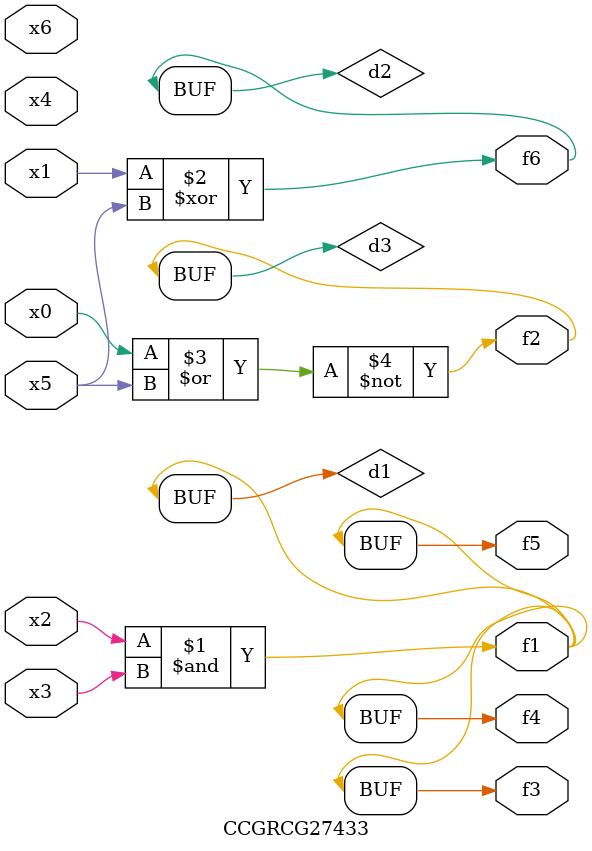
<source format=v>
module CCGRCG27433(
	input x0, x1, x2, x3, x4, x5, x6,
	output f1, f2, f3, f4, f5, f6
);

	wire d1, d2, d3;

	and (d1, x2, x3);
	xor (d2, x1, x5);
	nor (d3, x0, x5);
	assign f1 = d1;
	assign f2 = d3;
	assign f3 = d1;
	assign f4 = d1;
	assign f5 = d1;
	assign f6 = d2;
endmodule

</source>
